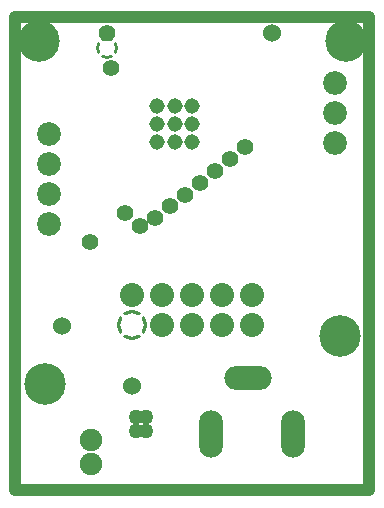
<source format=gbr>
G04*
G04 #@! TF.GenerationSoftware,Altium Limited,Altium Designer,22.4.2 (48)*
G04*
G04 Layer_Physical_Order=3*
G04 Layer_Color=128*
%FSLAX44Y44*%
%MOMM*%
G71*
G04*
G04 #@! TF.SameCoordinates,838EBF20-BE27-4DE5-A25A-4BBD7161CD63*
G04*
G04*
G04 #@! TF.FilePolarity,Negative*
G04*
G01*
G75*
%ADD52C,1.0160*%
%ADD56C,1.9160*%
%ADD57C,2.0320*%
G04:AMPARAMS|DCode=58|XSize=2.54mm|YSize=2.54mm|CornerRadius=0mm|HoleSize=0mm|Usage=FLASHONLY|Rotation=0.000|XOffset=0mm|YOffset=0mm|HoleType=Round|Shape=Relief|Width=0.254mm|Gap=0.254mm|Entries=4|*
%AMTHD58*
7,0,0,2.5400,2.0320,0.2540,45*
%
%ADD58THD58*%
%ADD61O,2.0160X4.0160*%
%ADD62C,2.0160*%
%ADD64C,3.5160*%
%ADD66C,1.5240*%
%ADD67C,1.3970*%
G04:AMPARAMS|DCode=68|XSize=1.905mm|YSize=1.905mm|CornerRadius=0mm|HoleSize=0mm|Usage=FLASHONLY|Rotation=0.000|XOffset=0mm|YOffset=0mm|HoleType=Round|Shape=Relief|Width=0.254mm|Gap=0.254mm|Entries=4|*
%AMTHD68*
7,0,0,1.9050,1.3970,0.2540,45*
%
%ADD68THD68*%
%ADD69C,1.3160*%
%ADD70C,1.2700*%
%ADD71O,4.0160X2.0160*%
D52*
X0Y0D02*
X300000D01*
Y400000D01*
X0D02*
X300000D01*
X0Y0D02*
Y400000D01*
D56*
X64000Y22000D02*
D03*
Y42000D02*
D03*
D57*
X150000Y165100D02*
D03*
X175400Y139700D02*
D03*
X124600Y165100D02*
D03*
Y139700D02*
D03*
X99200Y165100D02*
D03*
X150000Y139700D02*
D03*
X200800D02*
D03*
Y165100D02*
D03*
X175400Y165100D02*
D03*
D58*
X99200Y139700D02*
D03*
D61*
X235000Y46990D02*
D03*
X166000D02*
D03*
D62*
X270510Y344170D02*
D03*
Y293370D02*
D03*
Y318770D02*
D03*
X29000Y224790D02*
D03*
Y275590D02*
D03*
Y250190D02*
D03*
Y300990D02*
D03*
D64*
X275000Y130000D02*
D03*
X25000Y90000D02*
D03*
X20000Y380000D02*
D03*
X280000D02*
D03*
D66*
X217170Y386800D02*
D03*
X39370Y138430D02*
D03*
X99060Y87630D02*
D03*
D67*
X105410Y223520D02*
D03*
X63500Y209550D02*
D03*
X92710Y234400D02*
D03*
X194500Y290000D02*
D03*
X181800Y280000D02*
D03*
X118300Y230000D02*
D03*
X169100Y270000D02*
D03*
X156400Y260000D02*
D03*
X131000Y240000D02*
D03*
X143700Y250000D02*
D03*
X81280Y356870D02*
D03*
X77470Y386800D02*
D03*
D68*
Y374100D02*
D03*
D69*
X135000Y309600D02*
D03*
Y294600D02*
D03*
Y324670D02*
D03*
X150000Y309600D02*
D03*
X120000D02*
D03*
Y294600D02*
D03*
X150000D02*
D03*
Y324670D02*
D03*
X120000D02*
D03*
D70*
X111180Y49880D02*
D03*
X102180D02*
D03*
X111180Y61880D02*
D03*
X102180D02*
D03*
D71*
X197500Y94990D02*
D03*
M02*

</source>
